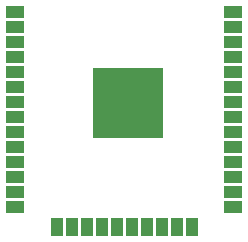
<source format=gbr>
G04 EAGLE Gerber RS-274X export*
G75*
%MOMM*%
%FSLAX34Y34*%
%LPD*%
%INSolderpaste Top*%
%IPPOS*%
%AMOC8*
5,1,8,0,0,1.08239X$1,22.5*%
G01*
%ADD10R,1.500000X1.000000*%
%ADD11R,1.000000X1.500000*%
%ADD12R,6.000000X6.000000*%


D10*
X595840Y257960D03*
X595840Y245260D03*
X595840Y232560D03*
X595840Y219860D03*
X595840Y207160D03*
X595840Y194460D03*
X595840Y181760D03*
X595840Y169060D03*
D11*
X745640Y113560D03*
D10*
X780840Y130960D03*
X780840Y143660D03*
X780840Y156360D03*
X780840Y169060D03*
X780840Y181760D03*
X780840Y194460D03*
X780840Y207160D03*
D11*
X656740Y113560D03*
D10*
X595840Y156360D03*
X595840Y143660D03*
X595840Y130960D03*
D11*
X631340Y113560D03*
X644040Y113560D03*
D10*
X595840Y270660D03*
X595840Y283360D03*
X595840Y296060D03*
D11*
X669440Y113560D03*
X682140Y113560D03*
X694840Y113560D03*
X732940Y113560D03*
X720240Y113560D03*
X707540Y113560D03*
D10*
X780840Y219860D03*
X780840Y232560D03*
X780840Y245260D03*
X780840Y257960D03*
X780840Y270660D03*
X780840Y283360D03*
X780840Y296060D03*
D12*
X691340Y219060D03*
M02*

</source>
